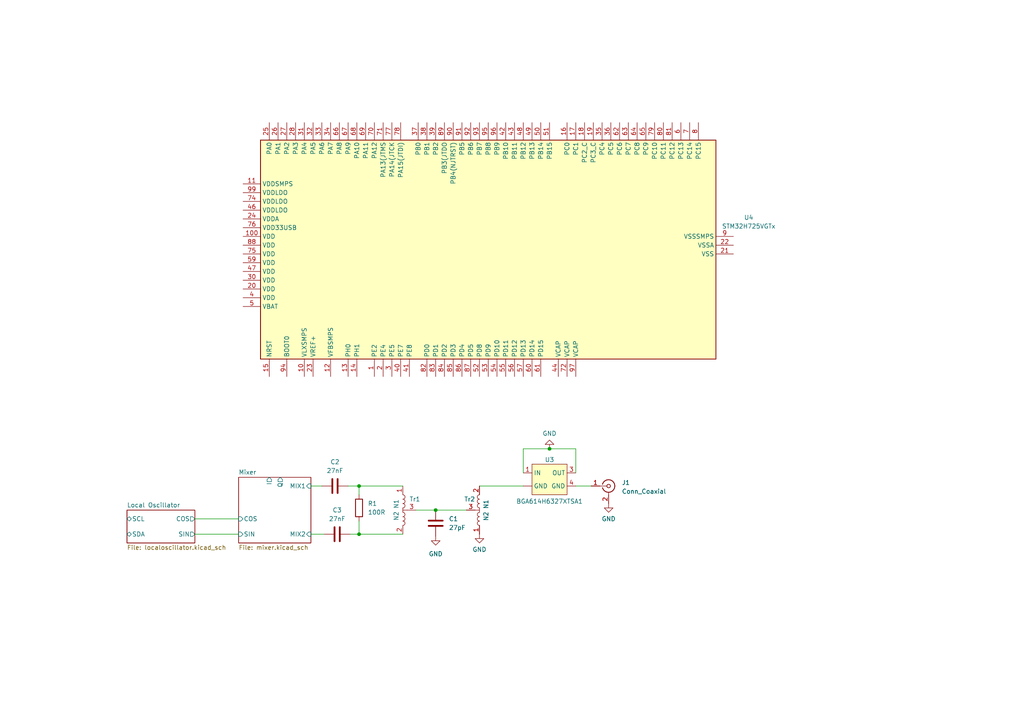
<source format=kicad_sch>
(kicad_sch (version 20230121) (generator eeschema)
  (paper "A4")
  (lib_symbols
    (symbol "Autotransformer:Autotransformer"
      (property "Reference" "Tr" (at -3.429 0.254 90))
      (property "Value" "N2 N1" (at -1.27 0 90))
      (symbol "Autotransformer_0_1"
        (arc (start 0 -1.905) (mid 0.6129 -1.27) (end 0 -0.635))
        (polyline (pts (xy 0 0.635) (xy 0 -0.635)))
        (polyline (pts (xy 1.27 0) (xy 0 0)))
        (arc (start 0 0.635) (mid 0.6238 1.27) (end 0 1.905))
        (arc (start 0.0113 1.905) (mid 0.6351 2.54) (end 0.0113 3.175))
        (arc (start 0.0113 3.175) (mid 0.6351 3.81) (end 0.0113 4.445))
        (arc (start 0.0225 -4.445) (mid 0.6354 -3.81) (end 0.0225 -3.175))
        (arc (start 0.0225 -3.175) (mid 0.6354 -2.54) (end 0.0225 -1.905))
      )
      (symbol "Autotransformer_1_1"
        (pin passive line (at 0 6.985 270) (length 2.54) (name "~") (number "1"))
        (pin passive line (at 0 -6.985 90) (length 2.54) (name "~") (number "2"))
        (pin passive line (at 3.81 0 180) (length 2.54) (name "~") (number "3"))
      )
    )
    (symbol "BGA614H6327XTSA1:BGA614H6327XTSA1"
      (property "Reference" "U" (at 0 7.62 0))
      (property "Value" "BGA614H6327XTSA1" (at 0 5.08 0))
      (symbol "BGA614H6327XTSA1_1_1"
        (rectangle (start -5.08 3.81) (end 5.08 -5.08) (fill (type background)))
        (pin power_out line (at -7.62 -2.54 0) (length 2.54) (name "GND") (number ""))
        (pin input line (at -7.62 1.27 0) (length 2.54) (name "IN") (number "1"))
        (pin output line (at 7.62 1.27 180) (length 2.54) (name "OUT") (number "3"))
        (pin power_out line (at 7.62 -2.54 180) (length 2.54) (name "GND") (number "4"))
      )
    )
    (symbol "Connector:Conn_Coaxial" (pin_names (offset 1.016) hide)
      (property "Reference" "J" (at 0.254 3.048 0))
      (property "Value" "Conn_Coaxial" (at 2.921 0 90))
      (symbol "Conn_Coaxial_0_1"
        (arc (start -1.778 -0.508) (mid 0.2311 -1.8066) (end 1.778 0) (stroke (width 0.254)))
        (polyline (pts (xy -2.54 0) (xy -0.508 0)))
        (polyline (pts (xy 0 -2.54) (xy 0 -1.778)))
        (circle (center 0 0) (radius 0.508) (stroke (width 0.2032)))
        (arc (start 1.778 0) (mid 0.2099 1.8101) (end -1.778 0.508) (stroke (width 0.254)))
      )
      (symbol "Conn_Coaxial_1_1"
        (pin passive line (at -5.08 0 0) (length 2.54) (name "In") (number "1"))
        (pin passive line (at 0 -5.08 90) (length 2.54) (name "Ext") (number "2"))
      )
    )
    (symbol "Device:C" (pin_numbers hide) (pin_names (offset 0.254))
      (property "Reference" "C" (at 0.635 2.54 0))
      (property "Value" "C" (at 0.635 -2.54 0))
      (symbol "C_0_1"
        (polyline (pts (xy -2.032 -0.762) (xy 2.032 -0.762)) (stroke (width 0.508)))
        (polyline (pts (xy -2.032 0.762) (xy 2.032 0.762)) (stroke (width 0.508)))
      )
      (symbol "C_1_1"
        (pin passive line (at 0 3.81 270) (length 2.794) (name "~") (number "1"))
        (pin passive line (at 0 -3.81 90) (length 2.794) (name "~") (number "2"))
      )
    )
    (symbol "Device:R" (pin_numbers hide) (pin_names (offset 0))
      (property "Reference" "R" (at 2.032 0 90))
      (property "Value" "R" (at 0 0 90))
      (symbol "R_0_1"
        (rectangle (start -1.016 -2.54) (end 1.016 2.54) (stroke (width 0.254)))
      )
      (symbol "R_1_1"
        (pin passive line (at 0 3.81 270) (length 1.27) (name "~") (number "1"))
        (pin passive line (at 0 -3.81 90) (length 1.27) (name "~") (number "2"))
      )
    )
    (symbol "MCU_ST_STM32H7:STM32H725VGTx"
      (property "Reference" "U" (at -30.48 67.31 0))
      (property "Value" "STM32H725VGTx" (at 22.86 67.31 0))
      (symbol "STM32H725VGTx_0_1"
        (rectangle (start -30.48 -66.04) (end 33.02 66.04) (stroke (width 0.254)) (fill (type background)))
      )
      (symbol "STM32H725VGTx_1_1"
        (pin bidirectional line (at -35.56 33.02 0) (length 5.08) (name "PE2") (number "1"))
        (pin power_in line (at -35.56 53.34 0) (length 5.08) (name "VLXSMPS") (number "10"))
        (pin power_in line (at 5.08 71.12 270) (length 5.08) (name "VDD") (number "100"))
        (pin power_in line (at 20.32 71.12 270) (length 5.08) (name "VDDSMPS") (number "11"))
        (pin input line (at -35.56 45.72 0) (length 5.08) (name "VFBSMPS") (number "12"))
        (pin bidirectional line (at -35.56 40.64 0) (length 5.08) (name "PH0") (number "13"))
        (pin bidirectional line (at -35.56 38.1 0) (length 5.08) (name "PH1") (number "14"))
        (pin input line (at -35.56 63.5 0) (length 5.08) (name "NRST") (number "15"))
        (pin bidirectional line (at 38.1 -22.86 180) (length 5.08) (name "PC0") (number "16"))
        (pin bidirectional line (at 38.1 -25.4 180) (length 5.08) (name "PC1") (number "17"))
        (pin bidirectional line (at 38.1 -27.94 180) (length 5.08) (name "PC2_C") (number "18"))
        (pin bidirectional line (at 38.1 -30.48 180) (length 5.08) (name "PC3_C") (number "19"))
        (pin bidirectional line (at -35.56 30.48 0) (length 5.08) (name "PE4") (number "2"))
        (pin power_in line (at -10.16 71.12 270) (length 5.08) (name "VDD") (number "20"))
        (pin power_in line (at 0 -71.12 90) (length 5.08) (name "VSS") (number "21"))
        (pin power_in line (at 2.54 -71.12 90) (length 5.08) (name "VSSA") (number "22"))
        (pin input line (at -35.56 50.8 0) (length 5.08) (name "VREF+") (number "23"))
        (pin power_in line (at 10.16 71.12 270) (length 5.08) (name "VDDA") (number "24"))
        (pin bidirectional line (at 38.1 63.5 180) (length 5.08) (name "PA0") (number "25"))
        (pin bidirectional line (at 38.1 60.96 180) (length 5.08) (name "PA1") (number "26"))
        (pin bidirectional line (at 38.1 58.42 180) (length 5.08) (name "PA2") (number "27"))
        (pin bidirectional line (at 38.1 55.88 180) (length 5.08) (name "PA3") (number "28"))
        (pin passive line (at 0 -71.12 90) (length 5.08) hide (name "VSS") (number "29"))
        (pin bidirectional line (at -35.56 27.94 0) (length 5.08) (name "PE5") (number "3"))
        (pin power_in line (at -7.62 71.12 270) (length 5.08) (name "VDD") (number "30"))
        (pin bidirectional line (at 38.1 53.34 180) (length 5.08) (name "PA4") (number "31"))
        (pin bidirectional line (at 38.1 50.8 180) (length 5.08) (name "PA5") (number "32"))
        (pin bidirectional line (at 38.1 48.26 180) (length 5.08) (name "PA6") (number "33"))
        (pin bidirectional line (at 38.1 45.72 180) (length 5.08) (name "PA7") (number "34"))
        (pin bidirectional line (at 38.1 -33.02 180) (length 5.08) (name "PC4") (number "35"))
        (pin bidirectional line (at 38.1 -35.56 180) (length 5.08) (name "PC5") (number "36"))
        (pin bidirectional line (at 38.1 20.32 180) (length 5.08) (name "PB0") (number "37"))
        (pin bidirectional line (at 38.1 17.78 180) (length 5.08) (name "PB1") (number "38"))
        (pin bidirectional line (at 38.1 15.24 180) (length 5.08) (name "PB2") (number "39"))
        (pin power_in line (at -12.7 71.12 270) (length 5.08) (name "VDD") (number "4"))
        (pin bidirectional line (at -35.56 25.4 0) (length 5.08) (name "PE7") (number "40"))
        (pin bidirectional line (at -35.56 22.86 0) (length 5.08) (name "PE8") (number "41"))
        (pin bidirectional line (at 38.1 -5.08 180) (length 5.08) (name "PB10") (number "42"))
        (pin bidirectional line (at 38.1 -7.62 180) (length 5.08) (name "PB11") (number "43"))
        (pin power_out line (at -35.56 -20.32 0) (length 5.08) (name "VCAP") (number "44"))
        (pin passive line (at 0 -71.12 90) (length 5.08) hide (name "VSS") (number "45"))
        (pin power_in line (at 12.7 71.12 270) (length 5.08) (name "VDDLDO") (number "46"))
        (pin power_in line (at -5.08 71.12 270) (length 5.08) (name "VDD") (number "47"))
        (pin bidirectional line (at 38.1 -10.16 180) (length 5.08) (name "PB12") (number "48"))
        (pin bidirectional line (at 38.1 -12.7 180) (length 5.08) (name "PB13") (number "49"))
        (pin power_in line (at -15.24 71.12 270) (length 5.08) (name "VBAT") (number "5"))
        (pin bidirectional line (at 38.1 -15.24 180) (length 5.08) (name "PB14") (number "50"))
        (pin bidirectional line (at 38.1 -17.78 180) (length 5.08) (name "PB15") (number "51"))
        (pin bidirectional line (at -35.56 2.54 0) (length 5.08) (name "PD8") (number "52"))
        (pin bidirectional line (at -35.56 0 0) (length 5.08) (name "PD9") (number "53"))
        (pin bidirectional line (at -35.56 -2.54 0) (length 5.08) (name "PD10") (number "54"))
        (pin bidirectional line (at -35.56 -5.08 0) (length 5.08) (name "PD11") (number "55"))
        (pin bidirectional line (at -35.56 -7.62 0) (length 5.08) (name "PD12") (number "56"))
        (pin bidirectional line (at -35.56 -10.16 0) (length 5.08) (name "PD13") (number "57"))
        (pin passive line (at 0 -71.12 90) (length 5.08) hide (name "VSS") (number "58"))
        (pin power_in line (at -2.54 71.12 270) (length 5.08) (name "VDD") (number "59"))
        (pin bidirectional line (at 38.1 -55.88 180) (length 5.08) (name "PC13") (number "6"))
        (pin bidirectional line (at -35.56 -12.7 0) (length 5.08) (name "PD14") (number "60"))
        (pin bidirectional line (at -35.56 -15.24 0) (length 5.08) (name "PD15") (number "61"))
        (pin bidirectional line (at 38.1 -38.1 180) (length 5.08) (name "PC6") (number "62"))
        (pin bidirectional line (at 38.1 -40.64 180) (length 5.08) (name "PC7") (number "63"))
        (pin bidirectional line (at 38.1 -43.18 180) (length 5.08) (name "PC8") (number "64"))
        (pin bidirectional line (at 38.1 -45.72 180) (length 5.08) (name "PC9") (number "65"))
        (pin bidirectional line (at 38.1 43.18 180) (length 5.08) (name "PA8") (number "66"))
        (pin bidirectional line (at 38.1 40.64 180) (length 5.08) (name "PA9") (number "67"))
        (pin bidirectional line (at 38.1 38.1 180) (length 5.08) (name "PA10") (number "68"))
        (pin bidirectional line (at 38.1 35.56 180) (length 5.08) (name "PA11") (number "69"))
        (pin bidirectional line (at 38.1 -58.42 180) (length 5.08) (name "PC14") (number "7"))
        (pin bidirectional line (at 38.1 33.02 180) (length 5.08) (name "PA12") (number "70"))
        (pin bidirectional line (at 38.1 30.48 180) (length 5.08) (name "PA13(JTMS") (number "71"))
        (pin power_out line (at -35.56 -22.86 0) (length 5.08) (name "VCAP") (number "72"))
        (pin passive line (at 0 -71.12 90) (length 5.08) hide (name "VSS") (number "73"))
        (pin power_in line (at 15.24 71.12 270) (length 5.08) (name "VDDLDO") (number "74"))
        (pin power_in line (at 0 71.12 270) (length 5.08) (name "VDD") (number "75"))
        (pin power_in line (at 7.62 71.12 270) (length 5.08) (name "VDD33USB") (number "76"))
        (pin bidirectional line (at 38.1 27.94 180) (length 5.08) (name "PA14(JTCK") (number "77"))
        (pin bidirectional line (at 38.1 25.4 180) (length 5.08) (name "PA15(JTDI)") (number "78"))
        (pin bidirectional line (at 38.1 -48.26 180) (length 5.08) (name "PC10") (number "79"))
        (pin bidirectional line (at 38.1 -60.96 180) (length 5.08) (name "PC15") (number "8"))
        (pin bidirectional line (at 38.1 -50.8 180) (length 5.08) (name "PC11") (number "80"))
        (pin bidirectional line (at 38.1 -53.34 180) (length 5.08) (name "PC12") (number "81"))
        (pin bidirectional line (at -35.56 17.78 0) (length 5.08) (name "PD0") (number "82"))
        (pin bidirectional line (at -35.56 15.24 0) (length 5.08) (name "PD1") (number "83"))
        (pin bidirectional line (at -35.56 12.7 0) (length 5.08) (name "PD2") (number "84"))
        (pin bidirectional line (at -35.56 10.16 0) (length 5.08) (name "PD3") (number "85"))
        (pin bidirectional line (at -35.56 7.62 0) (length 5.08) (name "PD4") (number "86"))
        (pin bidirectional line (at -35.56 5.08 0) (length 5.08) (name "PD5") (number "87"))
        (pin power_in line (at 2.54 71.12 270) (length 5.08) (name "VDD") (number "88"))
        (pin bidirectional line (at 38.1 12.7 180) (length 5.08) (name "PB3(JTDO") (number "89"))
        (pin power_in line (at 5.08 -71.12 90) (length 5.08) (name "VSSSMPS") (number "9"))
        (pin bidirectional line (at 38.1 10.16 180) (length 5.08) (name "PB4(NJTRST)") (number "90"))
        (pin bidirectional line (at 38.1 7.62 180) (length 5.08) (name "PB5") (number "91"))
        (pin bidirectional line (at 38.1 5.08 180) (length 5.08) (name "PB6") (number "92"))
        (pin bidirectional line (at 38.1 2.54 180) (length 5.08) (name "PB7") (number "93"))
        (pin input line (at -35.56 58.42 0) (length 5.08) (name "BOOT0") (number "94"))
        (pin bidirectional line (at 38.1 0 180) (length 5.08) (name "PB8") (number "95"))
        (pin bidirectional line (at 38.1 -2.54 180) (length 5.08) (name "PB9") (number "96"))
        (pin power_out line (at -35.56 -25.4 0) (length 5.08) (name "VCAP") (number "97"))
        (pin passive line (at 0 -71.12 90) (length 5.08) hide (name "VSS") (number "98"))
        (pin power_in line (at 17.78 71.12 270) (length 5.08) (name "VDDLDO") (number "99"))
      )
    )
    (symbol "power:GND" (power) (pin_names (offset 0))
      (property "Value" "GND" (at 0 -3.81 0))
      (symbol "GND_0_1"
        (polyline (pts (xy 0 0) (xy 0 -1.27) (xy 1.27 -1.27) (xy 0 -2.54) (xy -1.27 -1.27) (xy 0 -1.27)))
      )
      (symbol "GND_1_1"
        (pin power_in line (at 0 0 270) (length 0) hide (name "GND") (number "1"))
      )
    )
  )
  (junction (at 104.14 154.94))
  (junction (at 159.385 130.175))
  (junction (at 126.365 147.955))
  (junction (at 104.14 140.97))
  (wire (pts (xy 104.14 151.13) (xy 104.14 154.94)))
  (wire (pts (xy 120.65 147.955) (xy 126.365 147.955)))
  (wire (pts (xy 104.14 140.97) (xy 116.84 140.97)))
  (wire (pts (xy 104.14 154.94) (xy 116.84 154.94)))
  (wire (pts (xy 167.005 140.97) (xy 171.45 140.97)))
  (wire (pts (xy 126.365 147.955) (xy 135.255 147.955)))
  (wire (pts (xy 104.14 140.97) (xy 104.14 143.51)))
  (wire (pts (xy 139.065 140.97) (xy 151.765 140.97)))
  (wire (pts (xy 101.6 154.94) (xy 104.14 154.94)))
  (wire (pts (xy 100.965 140.97) (xy 104.14 140.97)))
  (wire (pts (xy 56.515 150.495) (xy 69.215 150.495)))
  (wire (pts (xy 167.005 130.175) (xy 159.385 130.175)))
  (wire (pts (xy 56.515 154.94) (xy 69.215 154.94)))
  (wire (pts (xy 167.005 137.16) (xy 167.005 130.175)))
  (wire (pts (xy 151.765 130.175) (xy 151.765 137.16)))
  (wire (pts (xy 90.17 140.97) (xy 93.345 140.97)))
  (wire (pts (xy 90.17 154.94) (xy 93.98 154.94)))
  (wire (pts (xy 151.765 130.175) (xy 159.385 130.175)))
  (symbol (lib_id "power:GND") (at 139.065 154.94 0) (unit 1)
    (property "Reference" "#PWR011" (effects hide))
    (property "Value" "GND" (at 139.065 159.385 0))
  )
  (symbol (lib_id "BGA614H6327XTSA1:BGA614H6327XTSA1") (at 159.385 138.43 0) (unit 1)
    (property "Reference" "U3" (at 159.385 133.35 0))
    (property "Value" "BGA614H6327XTSA1" (at 159.385 145.415 0))
  )
  (symbol (lib_id "Device:R") (at 104.14 147.32 0) (unit 1)
    (property "Reference" "R1" (at 106.68 146.05 0) (effects (justify left)))
    (property "Value" "100R" (at 106.68 148.59 0) (effects (justify left)))
  )
  (symbol (lib_id "Device:C") (at 97.79 154.94 90) (unit 1)
    (property "Reference" "C3" (at 97.79 147.955 90))
    (property "Value" "27nF" (at 97.79 150.495 90))
  )
  (symbol (lib_id "power:GND") (at 126.365 155.575 0) (unit 1)
    (property "Reference" "#PWR010" (effects hide))
    (property "Value" "GND" (at 126.365 160.655 0))
  )
  (symbol (lib_id "Connector:Conn_Coaxial") (at 176.53 140.97 0) (unit 1)
    (property "Reference" "J1" (at 180.34 139.9932 0) (effects (justify left)))
    (property "Value" "Conn_Coaxial" (at 180.34 142.5332 0) (effects (justify left)))
    (property "Datasheet" " ~" (effects hide))
  )
  (symbol (lib_id "MCU_ST_STM32H7:STM32H725VGTx") (at 141.605 73.66 90) (unit 1)
    (property "Reference" "U4" (at 217.17 63.0839 90))
    (property "Value" "STM32H725VGTx" (at 217.17 65.6239 90))
    (property "Footprint" "Package_QFP:LQFP-100_14x14mm_P0.5mm" (effects hide))
    (property "Datasheet" "https://www.st.com/resource/en/datasheet/stm32h725vg.pdf" (effects hide))
  )
  (symbol (lib_id "Device:C") (at 126.365 151.765 0) (unit 1)
    (property "Reference" "C1" (at 130.175 150.495 0) (effects (justify left)))
    (property "Value" "27pF" (at 130.175 153.035 0) (effects (justify left)))
  )
  (symbol (lib_id "power:GND") (at 176.53 146.05 0) (unit 1)
    (property "Reference" "#PWR09" (effects hide))
    (property "Value" "GND" (at 176.53 150.495 0))
  )
  (symbol (lib_id "Autotransformer:Autotransformer") (at 116.84 147.955 0) (unit 1)
    (property "Reference" "Tr1" (at 121.92 144.78 0) (effects (justify right)))
    (property "Value" "N2 N1" (at 114.935 144.78 90) (effects (justify right)))
  )
  (symbol (lib_id "Device:C") (at 97.155 140.97 90) (unit 1)
    (property "Reference" "C2" (at 97.155 133.985 90))
    (property "Value" "27nF" (at 97.155 136.525 90))
  )
  (symbol (lib_id "Autotransformer:Autotransformer") (at 139.065 147.955 180) (unit 1)
    (property "Reference" "Tr2" (at 134.62 144.78 0) (effects (justify right)))
    (property "Value" "N2 N1" (at 140.97 151.13 90) (effects (justify right)))
  )
  (symbol (lib_id "power:GND") (at 159.385 130.175 180) (unit 1)
    (property "Reference" "#PWR06" (effects hide))
    (property "Value" "GND" (at 159.385 125.73 0))
  )
  (sheet (at 36.83 147.955) (size 19.685 9.525) (stroke (width 0.1524))
    (property "Sheetname" "Local Oscillator" (at 36.83 147.2434 0) (effects (justify left bottom)))
    (property "Sheetfile" "localoscillator.kicad_sch" (at 36.83 158.0646 0) (effects (justify left top)))
    (pin "SCL" bidirectional (at 36.83 150.495 180))
    (pin "SDA" bidirectional (at 36.83 154.94 180))
    (pin "COS" output (at 56.515 150.495 0))
    (pin "SIN" output (at 56.515 154.94 0))
  )
  (sheet (at 69.215 138.43) (size 20.955 19.05) (stroke (width 0.1524))
    (property "Sheetname" "Mixer" (at 69.215 137.7184 0) (effects (justify left bottom)))
    (property "Sheetfile" "mixer.kicad_sch" (at 69.215 158.0646 0) (effects (justify left top)))
    (pin "Q" output (at 81.28 138.43 90))
    (pin "MIX2" input (at 90.17 154.94 0))
    (pin "COS" input (at 69.215 150.495 180))
    (pin "SIN" input (at 69.215 154.94 180))
    (pin "I" output (at 78.105 138.43 90))
    (pin "MIX1" input (at 90.17 140.97 0))
  )
)
</source>
